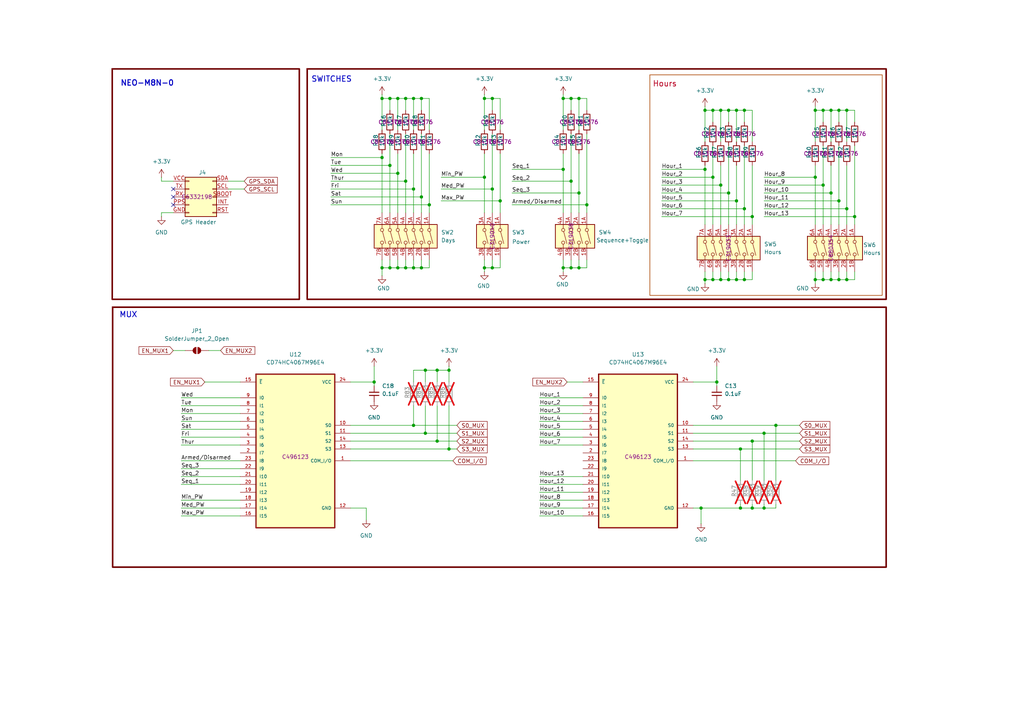
<source format=kicad_sch>
(kicad_sch (version 20250114) (generator "eeschema") (generator_version "9.0")
  (paper "User" 330.2 228.6)
  (rectangle (start 209.55 24.13) (end 284.48 95.25) (stroke (width 0.2032) (color 170 68 0 1)))
  (rectangle (start 36.322 99.06) (end 285.75 182.88) (stroke (width 0.508) (color 110 0 0 1)))
  (rectangle (start 99.06 22.225) (end 285.75 96.52) (stroke (width 0.508) (color 110 0 0 1)))
  (rectangle (start 36.195 22.225) (end 96.52 96.52) (stroke (width 0.508) (color 110 0 0 1)))
  (text "MUX\n" (at 41.402 101.6 0) (effects (font (size 1.778 1.778) (thickness 0.254) (bold yes))))
  (text "Hours\n" (at 214.376 27.178 0) (effects (font (size 1.778 1.778) (thickness 0.254) (bold yes))))
  (text "SWITCHES" (at 106.934 25.654 0) (effects (font (size 1.778 1.778) (thickness 0.254) (bold yes))))
  (text "NEO-M8N-0" (at 47.498 26.924 0) (effects (font (size 1.778 1.778) (thickness 0.254) (bold yes))))
  (text "NEO-M8N-0" (at 47.498 26.924 0) (effects (font (size 1.778 1.778) (thickness 0.254) (bold yes))))
  (junction (at 128.27 86.36))
  (junction (at 184.15 58.42))
  (junction (at 137.16 139.7))
  (junction (at 231.14 123.19))
  (junction (at 238.76 144.78))
  (junction (at 267.97 35.56))
  (junction (at 123.19 50.8))
  (junction (at 189.23 66.04))
  (junction (at 125.73 86.36))
  (junction (at 156.21 86.36))
  (junction (at 240.03 67.31))
  (junction (at 137.16 119.38))
  (junction (at 226.06 163.83))
  (junction (at 135.89 86.36))
  (junction (at 135.89 31.75))
  (junction (at 120.65 123.19))
  (junction (at 123.19 86.36))
  (junction (at 156.21 31.75))
  (junction (at 184.15 86.36))
  (junction (at 273.05 90.17))
  (junction (at 181.61 86.36))
  (junction (at 237.49 90.17))
  (junction (at 135.89 63.5))
  (junction (at 181.61 31.75))
  (junction (at 144.78 119.38))
  (junction (at 138.43 66.04))
  (junction (at 267.97 62.23))
  (junction (at 144.78 144.78))
  (junction (at 130.81 58.42))
  (junction (at 273.05 35.56))
  (junction (at 158.75 60.96))
  (junction (at 242.57 163.83))
  (junction (at 158.75 31.75))
  (junction (at 265.43 90.17))
  (junction (at 227.33 54.61))
  (junction (at 186.69 62.23))
  (junction (at 229.87 57.15))
  (junction (at 265.43 35.56))
  (junction (at 128.27 55.88))
  (junction (at 156.21 57.15))
  (junction (at 229.87 90.17))
  (junction (at 125.73 31.75))
  (junction (at 186.69 31.75))
  (junction (at 232.41 90.17))
  (junction (at 238.76 163.83))
  (junction (at 181.61 54.61))
  (junction (at 234.95 35.56))
  (junction (at 229.87 35.56))
  (junction (at 130.81 86.36))
  (junction (at 186.69 86.36))
  (junction (at 133.35 86.36))
  (junction (at 133.35 60.96))
  (junction (at 237.49 64.77))
  (junction (at 140.97 142.24))
  (junction (at 128.27 31.75))
  (junction (at 270.51 64.77))
  (junction (at 262.89 57.15))
  (junction (at 161.29 64.77))
  (junction (at 240.03 35.56))
  (junction (at 240.03 90.17))
  (junction (at 267.97 90.17))
  (junction (at 270.51 90.17))
  (junction (at 262.89 90.17))
  (junction (at 158.75 86.36))
  (junction (at 140.97 119.38))
  (junction (at 125.73 53.34))
  (junction (at 250.19 137.16))
  (junction (at 133.35 137.16))
  (junction (at 232.41 59.69))
  (junction (at 270.51 35.56))
  (junction (at 262.89 35.56))
  (junction (at 265.43 59.69))
  (junction (at 234.95 90.17))
  (junction (at 232.41 35.56))
  (junction (at 227.33 90.17))
  (junction (at 242.57 69.85))
  (junction (at 133.35 31.75))
  (junction (at 275.59 69.85))
  (junction (at 242.57 142.24))
  (junction (at 234.95 62.23))
  (junction (at 184.15 31.75))
  (junction (at 237.49 35.56))
  (junction (at 246.38 139.7))
  (junction (at 273.05 67.31))
  (junction (at 123.19 31.75))
  (junction (at 246.38 163.83))
  (junction (at 130.81 31.75))
  (junction (at 227.33 35.56))
  (no_connect (at 55.88 60.96))
  (no_connect (at 55.88 63.5))
  (no_connect (at 55.88 66.04))
  (wire (pts (xy 223.52 163.83) (xy 226.06 163.83)))
  (wire (pts (xy 158.75 86.36) (xy 156.21 86.36)))
  (wire (pts (xy 270.51 90.17) (xy 267.97 90.17)))
  (wire (pts (xy 184.15 86.36) (xy 181.61 86.36)))
  (wire (pts (xy 78.74 60.96) (xy 73.66 60.96)))
  (wire (pts (xy 246.38 67.31) (xy 273.05 67.31)))
  (wire (pts (xy 113.03 142.24) (xy 140.97 142.24)))
  (wire (pts (xy 275.59 39.37) (xy 275.59 35.56)))
  (wire (pts (xy 270.51 35.56) (xy 267.97 35.56)))
  (wire (pts (xy 186.69 31.75) (xy 184.15 31.75)))
  (wire (pts (xy 238.76 163.83) (xy 242.57 163.83)))
  (wire (pts (xy 138.43 41.91) (xy 138.43 31.75)))
  (wire (pts (xy 130.81 31.75) (xy 128.27 31.75)))
  (wire (pts (xy 137.16 139.7) (xy 147.32 139.7)))
  (wire (pts (xy 161.29 31.75) (xy 158.75 31.75)))
  (wire (pts (xy 189.23 31.75) (xy 186.69 31.75)))
  (wire (pts (xy 229.87 46.99) (xy 229.87 57.15)))
  (wire (pts (xy 238.76 144.78) (xy 238.76 154.94)))
  (wire (pts (xy 232.41 59.69) (xy 232.41 72.39)))
  (wire (pts (xy 156.21 31.75) (xy 156.21 41.91)))
  (wire (pts (xy 223.52 137.16) (xy 250.19 137.16)))
  (wire (pts (xy 227.33 34.29) (xy 227.33 35.56)))
  (wire (pts (xy 242.57 162.56) (xy 242.57 163.83)))
  (wire (pts (xy 231.14 123.19) (xy 231.14 124.46)))
  (wire (pts (xy 262.89 53.34) (xy 262.89 57.15)))
  (wire (pts (xy 113.03 139.7) (xy 137.16 139.7)))
  (wire (pts (xy 144.78 119.38) (xy 140.97 119.38)))
  (wire (pts (xy 158.75 60.96) (xy 158.75 68.58)))
  (wire (pts (xy 142.24 64.77) (xy 161.29 64.77)))
  (wire (pts (xy 275.59 46.99) (xy 275.59 69.85)))
  (wire (pts (xy 232.41 90.17) (xy 229.87 90.17)))
  (wire (pts (xy 213.36 69.85) (xy 242.57 69.85)))
  (wire (pts (xy 106.68 66.04) (xy 138.43 66.04)))
  (wire (pts (xy 226.06 163.83) (xy 226.06 168.91)))
  (wire (pts (xy 229.87 57.15) (xy 229.87 72.39)))
  (wire (pts (xy 138.43 83.82) (xy 138.43 86.36)))
  (wire (pts (xy 113.03 163.83) (xy 118.11 163.83)))
  (wire (pts (xy 181.61 54.61) (xy 181.61 68.58)))
  (wire (pts (xy 275.59 87.63) (xy 275.59 90.17)))
  (wire (pts (xy 156.21 57.15) (xy 156.21 68.58)))
  (wire (pts (xy 242.57 69.85) (xy 242.57 72.39)))
  (wire (pts (xy 229.87 87.63) (xy 229.87 90.17)))
  (wire (pts (xy 267.97 90.17) (xy 265.43 90.17)))
  (wire (pts (xy 106.68 53.34) (xy 125.73 53.34)))
  (wire (pts (xy 123.19 86.36) (xy 123.19 88.9)))
  (wire (pts (xy 125.73 31.75) (xy 125.73 35.56)))
  (wire (pts (xy 273.05 87.63) (xy 273.05 90.17)))
  (wire (pts (xy 173.99 153.67) (xy 187.96 153.67)))
  (wire (pts (xy 181.61 49.53) (xy 181.61 54.61)))
  (wire (pts (xy 237.49 35.56) (xy 237.49 45.72)))
  (wire (pts (xy 184.15 31.75) (xy 181.61 31.75)))
  (wire (pts (xy 246.38 139.7) (xy 257.81 139.7)))
  (wire (pts (xy 237.49 90.17) (xy 234.95 90.17)))
  (wire (pts (xy 58.42 161.29) (xy 77.47 161.29)))
  (wire (pts (xy 273.05 35.56) (xy 275.59 35.56)))
  (wire (pts (xy 133.35 83.82) (xy 133.35 86.36)))
  (wire (pts (xy 273.05 35.56) (xy 273.05 45.72)))
  (wire (pts (xy 246.38 162.56) (xy 246.38 163.83)))
  (wire (pts (xy 250.19 137.16) (xy 250.19 154.94)))
  (wire (pts (xy 242.57 90.17) (xy 240.03 90.17)))
  (wire (pts (xy 232.41 87.63) (xy 232.41 90.17)))
  (wire (pts (xy 275.59 90.17) (xy 273.05 90.17)))
  (wire (pts (xy 133.35 31.75) (xy 133.35 41.91)))
  (wire (pts (xy 262.89 35.56) (xy 262.89 45.72)))
  (wire (pts (xy 120.65 118.11) (xy 120.65 123.19)))
  (wire (pts (xy 144.78 130.81) (xy 144.78 144.78)))
  (wire (pts (xy 173.99 166.37) (xy 187.96 166.37)))
  (wire (pts (xy 250.19 137.16) (xy 257.81 137.16)))
  (wire (pts (xy 240.03 35.56) (xy 242.57 35.56)))
  (wire (pts (xy 223.52 144.78) (xy 238.76 144.78)))
  (wire (pts (xy 267.97 87.63) (xy 267.97 90.17)))
  (wire (pts (xy 58.42 128.27) (xy 77.47 128.27)))
  (wire (pts (xy 227.33 53.34) (xy 227.33 54.61)))
  (wire (pts (xy 135.89 83.82) (xy 135.89 86.36)))
  (wire (pts (xy 58.42 138.43) (xy 77.47 138.43)))
  (wire (pts (xy 273.05 35.56) (xy 270.51 35.56)))
  (wire (pts (xy 66.04 123.19) (xy 77.47 123.19)))
  (wire (pts (xy 138.43 68.58) (xy 138.43 66.04)))
  (wire (pts (xy 273.05 67.31) (xy 273.05 72.39)))
  (wire (pts (xy 246.38 59.69) (xy 265.43 59.69)))
  (wire (pts (xy 130.81 83.82) (xy 130.81 86.36)))
  (wire (pts (xy 242.57 87.63) (xy 242.57 90.17)))
  (wire (pts (xy 238.76 162.56) (xy 238.76 163.83)))
  (wire (pts (xy 242.57 53.34) (xy 242.57 69.85)))
  (wire (pts (xy 125.73 83.82) (xy 125.73 86.36)))
  (wire (pts (xy 138.43 49.53) (xy 138.43 66.04)))
  (wire (pts (xy 229.87 35.56) (xy 229.87 39.37)))
  (wire (pts (xy 232.41 35.56) (xy 232.41 45.72)))
  (wire (pts (xy 246.38 139.7) (xy 246.38 154.94)))
  (wire (pts (xy 262.89 87.63) (xy 262.89 90.17)))
  (wire (pts (xy 173.99 158.75) (xy 187.96 158.75)))
  (wire (pts (xy 130.81 58.42) (xy 130.81 68.58)))
  (wire (pts (xy 58.42 130.81) (xy 77.47 130.81)))
  (wire (pts (xy 106.68 55.88) (xy 128.27 55.88)))
  (wire (pts (xy 173.99 138.43) (xy 187.96 138.43)))
  (wire (pts (xy 186.69 31.75) (xy 186.69 41.91)))
  (wire (pts (xy 186.69 86.36) (xy 184.15 86.36)))
  (wire (pts (xy 137.16 119.38) (xy 133.35 119.38)))
  (wire (pts (xy 123.19 83.82) (xy 123.19 86.36)))
  (wire (pts (xy 125.73 43.18) (xy 125.73 53.34)))
  (wire (pts (xy 58.42 148.59) (xy 77.47 148.59)))
  (wire (pts (xy 133.35 49.53) (xy 133.35 60.96)))
  (wire (pts (xy 158.75 43.18) (xy 158.75 60.96)))
  (wire (pts (xy 189.23 83.82) (xy 189.23 86.36)))
  (wire (pts (xy 135.89 63.5) (xy 135.89 68.58)))
  (wire (pts (xy 58.42 153.67) (xy 77.47 153.67)))
  (wire (pts (xy 246.38 69.85) (xy 275.59 69.85)))
  (wire (pts (xy 238.76 144.78) (xy 257.81 144.78)))
  (wire (pts (xy 267.97 35.56) (xy 267.97 45.72)))
  (wire (pts (xy 125.73 31.75) (xy 123.19 31.75)))
  (wire (pts (xy 270.51 46.99) (xy 270.51 64.77)))
  (wire (pts (xy 158.75 31.75) (xy 158.75 35.56)))
  (wire (pts (xy 128.27 55.88) (xy 128.27 68.58)))
  (wire (pts (xy 173.99 133.35) (xy 187.96 133.35)))
  (wire (pts (xy 226.06 163.83) (xy 238.76 163.83)))
  (wire (pts (xy 229.87 35.56) (xy 227.33 35.56)))
  (wire (pts (xy 161.29 31.75) (xy 161.29 41.91)))
  (wire (pts (xy 213.36 54.61) (xy 227.33 54.61)))
  (wire (pts (xy 140.97 123.19) (xy 140.97 119.38)))
  (wire (pts (xy 232.41 35.56) (xy 229.87 35.56)))
  (wire (pts (xy 237.49 53.34) (xy 237.49 64.77)))
  (wire (pts (xy 223.52 139.7) (xy 246.38 139.7)))
  (wire (pts (xy 229.87 90.17) (xy 227.33 90.17)))
  (wire (pts (xy 138.43 86.36) (xy 135.89 86.36)))
  (wire (pts (xy 161.29 49.53) (xy 161.29 64.77)))
  (wire (pts (xy 173.99 130.81) (xy 187.96 130.81)))
  (wire (pts (xy 184.15 83.82) (xy 184.15 86.36)))
  (wire (pts (xy 186.69 83.82) (xy 186.69 86.36)))
  (wire (pts (xy 71.12 113.03) (xy 67.31 113.03)))
  (wire (pts (xy 165.1 62.23) (xy 186.69 62.23)))
  (wire (pts (xy 113.03 144.78) (xy 144.78 144.78)))
  (wire (pts (xy 58.42 143.51) (xy 77.47 143.51)))
  (wire (pts (xy 265.43 59.69) (xy 265.43 72.39)))
  (wire (pts (xy 227.33 35.56) (xy 227.33 45.72)))
  (wire (pts (xy 232.41 53.34) (xy 232.41 59.69)))
  (wire (pts (xy 52.07 68.58) (xy 52.07 69.85)))
  (wire (pts (xy 142.24 57.15) (xy 156.21 57.15)))
  (wire (pts (xy 137.16 123.19) (xy 137.16 119.38)))
  (wire (pts (xy 135.89 86.36) (xy 133.35 86.36)))
  (wire (pts (xy 113.03 123.19) (xy 120.65 123.19)))
  (wire (pts (xy 213.36 57.15) (xy 229.87 57.15)))
  (wire (pts (xy 181.61 31.75) (xy 181.61 41.91)))
  (wire (pts (xy 273.05 53.34) (xy 273.05 67.31)))
  (wire (pts (xy 128.27 86.36) (xy 125.73 86.36)))
  (wire (pts (xy 246.38 64.77) (xy 270.51 64.77)))
  (wire (pts (xy 113.03 148.59) (xy 146.05 148.59)))
  (wire (pts (xy 237.49 87.63) (xy 237.49 90.17)))
  (wire (pts (xy 227.33 90.17) (xy 227.33 91.44)))
  (wire (pts (xy 237.49 64.77) (xy 237.49 72.39)))
  (wire (pts (xy 231.14 118.11) (xy 231.14 123.19)))
  (wire (pts (xy 262.89 57.15) (xy 262.89 72.39)))
  (wire (pts (xy 223.52 148.59) (xy 256.54 148.59)))
  (wire (pts (xy 133.35 137.16) (xy 147.32 137.16)))
  (wire (pts (xy 128.27 31.75) (xy 128.27 41.91)))
  (wire (pts (xy 265.43 46.99) (xy 265.43 59.69)))
  (wire (pts (xy 189.23 86.36) (xy 186.69 86.36)))
  (wire (pts (xy 267.97 62.23) (xy 267.97 72.39)))
  (wire (pts (xy 123.19 31.75) (xy 123.19 41.91)))
  (wire (pts (xy 130.81 43.18) (xy 130.81 58.42)))
  (wire (pts (xy 181.61 83.82) (xy 181.61 86.36)))
  (wire (pts (xy 133.35 123.19) (xy 133.35 119.38)))
  (wire (pts (xy 240.03 39.37) (xy 240.03 35.56)))
  (wire (pts (xy 189.23 31.75) (xy 189.23 35.56)))
  (wire (pts (xy 118.11 163.83) (xy 118.11 167.64)))
  (wire (pts (xy 173.99 143.51) (xy 187.96 143.51)))
  (wire (pts (xy 140.97 142.24) (xy 147.32 142.24)))
  (wire (pts (xy 123.19 49.53) (xy 123.19 50.8)))
  (wire (pts (xy 58.42 163.83) (xy 77.47 163.83)))
  (wire (pts (xy 265.43 90.17) (xy 262.89 90.17)))
  (wire (pts (xy 267.97 53.34) (xy 267.97 62.23)))
  (wire (pts (xy 137.16 130.81) (xy 137.16 139.7)))
  (wire (pts (xy 262.89 34.29) (xy 262.89 35.56)))
  (wire (pts (xy 128.27 49.53) (xy 128.27 55.88)))
  (wire (pts (xy 242.57 45.72) (xy 242.57 35.56)))
  (wire (pts (xy 213.36 64.77) (xy 237.49 64.77)))
  (wire (pts (xy 234.95 35.56) (xy 232.41 35.56)))
  (wire (pts (xy 113.03 137.16) (xy 133.35 137.16)))
  (wire (pts (xy 173.99 135.89) (xy 187.96 135.89)))
  (wire (pts (xy 128.27 83.82) (xy 128.27 86.36)))
  (wire (pts (xy 106.68 63.5) (xy 135.89 63.5)))
  (wire (pts (xy 137.16 119.38) (xy 140.97 119.38)))
  (wire (pts (xy 182.88 123.19) (xy 187.96 123.19)))
  (wire (pts (xy 213.36 59.69) (xy 232.41 59.69)))
  (wire (pts (xy 227.33 87.63) (xy 227.33 90.17)))
  (wire (pts (xy 133.35 31.75) (xy 130.81 31.75)))
  (wire (pts (xy 186.69 62.23) (xy 186.69 68.58)))
  (wire (pts (xy 184.15 43.18) (xy 184.15 58.42)))
  (wire (pts (xy 140.97 130.81) (xy 140.97 142.24)))
  (wire (pts (xy 123.19 30.48) (xy 123.19 31.75)))
  (wire (pts (xy 173.99 163.83) (xy 187.96 163.83)))
  (wire (pts (xy 58.42 151.13) (xy 77.47 151.13)))
  (wire (pts (xy 234.95 90.17) (xy 232.41 90.17)))
  (wire (pts (xy 242.57 142.24) (xy 257.81 142.24)))
  (wire (pts (xy 106.68 58.42) (xy 130.81 58.42)))
  (wire (pts (xy 106.68 50.8) (xy 123.19 50.8)))
  (wire (pts (xy 234.95 46.99) (xy 234.95 62.23)))
  (wire (pts (xy 184.15 31.75) (xy 184.15 35.56)))
  (wire (pts (xy 133.35 130.81) (xy 133.35 137.16)))
  (wire (pts (xy 240.03 87.63) (xy 240.03 90.17)))
  (wire (pts (xy 173.99 140.97) (xy 187.96 140.97)))
  (wire (pts (xy 173.99 156.21) (xy 187.96 156.21)))
  (wire (pts (xy 189.23 43.18) (xy 189.23 66.04)))
  (wire (pts (xy 240.03 90.17) (xy 237.49 90.17)))
  (wire (pts (xy 173.99 128.27) (xy 187.96 128.27)))
  (wire (pts (xy 135.89 43.18) (xy 135.89 63.5)))
  (wire (pts (xy 133.35 31.75) (xy 135.89 31.75)))
  (wire (pts (xy 58.42 135.89) (xy 77.47 135.89)))
  (wire (pts (xy 227.33 54.61) (xy 227.33 72.39)))
  (wire (pts (xy 135.89 31.75) (xy 138.43 31.75)))
  (wire (pts (xy 270.51 35.56) (xy 270.51 39.37)))
  (wire (pts (xy 130.81 86.36) (xy 128.27 86.36)))
  (wire (pts (xy 213.36 62.23) (xy 234.95 62.23)))
  (wire (pts (xy 246.38 163.83) (xy 250.19 163.83)))
  (wire (pts (xy 156.21 86.36) (xy 156.21 87.63)))
  (wire (pts (xy 130.81 31.75) (xy 130.81 35.56)))
  (wire (pts (xy 165.1 54.61) (xy 181.61 54.61)))
  (wire (pts (xy 144.78 118.11) (xy 144.78 119.38)))
  (wire (pts (xy 267.97 35.56) (xy 265.43 35.56)))
  (wire (pts (xy 144.78 123.19) (xy 144.78 119.38)))
  (wire (pts (xy 158.75 31.75) (xy 156.21 31.75)))
  (wire (pts (xy 270.51 64.77) (xy 270.51 72.39)))
  (wire (pts (xy 125.73 86.36) (xy 123.19 86.36)))
  (wire (pts (xy 265.43 35.56) (xy 262.89 35.56)))
  (wire (pts (xy 120.65 123.19) (xy 120.65 124.46)))
  (wire (pts (xy 158.75 83.82) (xy 158.75 86.36)))
  (wire (pts (xy 58.42 140.97) (xy 77.47 140.97)))
  (wire (pts (xy 234.95 62.23) (xy 234.95 72.39)))
  (wire (pts (xy 223.52 142.24) (xy 242.57 142.24)))
  (wire (pts (xy 242.57 142.24) (xy 242.57 154.94)))
  (wire (pts (xy 240.03 67.31) (xy 240.03 72.39)))
  (wire (pts (xy 223.52 123.19) (xy 231.14 123.19)))
  (wire (pts (xy 78.74 58.42) (xy 73.66 58.42)))
  (wire (pts (xy 142.24 60.96) (xy 158.75 60.96)))
  (wire (pts (xy 135.89 35.56) (xy 135.89 31.75)))
  (wire (pts (xy 58.42 156.21) (xy 77.47 156.21)))
  (wire (pts (xy 58.42 133.35) (xy 77.47 133.35)))
  (wire (pts (xy 237.49 35.56) (xy 240.03 35.56)))
  (wire (pts (xy 213.36 67.31) (xy 240.03 67.31)))
  (wire (pts (xy 234.95 35.56) (xy 234.95 39.37)))
  (wire (pts (xy 133.35 86.36) (xy 130.81 86.36)))
  (wire (pts (xy 106.68 60.96) (xy 133.35 60.96)))
  (wire (pts (xy 125.73 53.34) (xy 125.73 68.58)))
  (wire (pts (xy 246.38 62.23) (xy 267.97 62.23)))
  (wire (pts (xy 52.07 58.42) (xy 55.88 58.42)))
  (wire (pts (xy 123.19 50.8) (xy 123.19 68.58)))
  (wire (pts (xy 128.27 31.75) (xy 125.73 31.75)))
  (wire (pts (xy 52.07 57.15) (xy 52.07 58.42)))
  (wire (pts (xy 186.69 49.53) (xy 186.69 62.23)))
  (wire (pts (xy 156.21 83.82) (xy 156.21 86.36)))
  (wire (pts (xy 189.23 66.04) (xy 189.23 68.58)))
  (wire (pts (xy 133.35 60.96) (xy 133.35 68.58)))
  (wire (pts (xy 156.21 30.48) (xy 156.21 31.75)))
  (wire (pts (xy 275.59 69.85) (xy 275.59 72.39)))
  (wire (pts (xy 55.88 113.03) (xy 59.69 113.03)))
  (wire (pts (xy 246.38 57.15) (xy 262.89 57.15)))
  (wire (pts (xy 181.61 86.36) (xy 181.61 87.63)))
  (wire (pts (xy 58.42 166.37) (xy 77.47 166.37)))
  (wire (pts (xy 161.29 64.77) (xy 161.29 68.58)))
  (wire (pts (xy 237.49 35.56) (xy 234.95 35.56)))
  (wire (pts (xy 250.19 163.83) (xy 250.19 162.56)))
  (wire (pts (xy 262.89 90.17) (xy 262.89 91.44)))
  (wire (pts (xy 270.51 87.63) (xy 270.51 90.17)))
  (wire (pts (xy 165.1 66.04) (xy 189.23 66.04)))
  (wire (pts (xy 242.57 163.83) (xy 246.38 163.83)))
  (wire (pts (xy 173.99 161.29) (xy 187.96 161.29)))
  (wire (pts (xy 156.21 49.53) (xy 156.21 57.15)))
  (wire (pts (xy 234.95 87.63) (xy 234.95 90.17)))
  (wire (pts (xy 184.15 58.42) (xy 184.15 68.58)))
  (wire (pts (xy 181.61 30.48) (xy 181.61 31.75)))
  (wire (pts (xy 265.43 87.63) (xy 265.43 90.17)))
  (wire (pts (xy 265.43 35.56) (xy 265.43 39.37)))
  (wire (pts (xy 161.29 86.36) (xy 158.75 86.36)))
  (wire (pts (xy 240.03 46.99) (xy 240.03 67.31)))
  (wire (pts (xy 165.1 58.42) (xy 184.15 58.42)))
  (wire (pts (xy 144.78 144.78) (xy 147.32 144.78)))
  (wire (pts (xy 273.05 90.17) (xy 270.51 90.17)))
  (wire (pts (xy 161.29 83.82) (xy 161.29 86.36)))
  (wire (pts (xy 52.07 68.58) (xy 55.88 68.58)))
  (label "Tue" (at 106.68 53.34 0))
  (label "Mon" (at 106.68 50.8 0))
  (label "Hour_4" (at 213.36 62.23 0))
  (label "Hour_9" (at 246.38 59.69 0))
  (label "Seq_2" (at 58.42 153.67 0))
  (label "Thur" (at 106.68 58.42 0))
  (label "Max_PW" (at 58.42 166.37 0))
  (label "Hour_12" (at 173.99 156.21 0))
  (label "Hour_2" (at 173.99 130.81 0))
  (label "Thur" (at 58.42 143.51 0))
  (label "Hour_5" (at 173.99 138.43 0))
  (label "Wed" (at 58.42 128.27 0))
  (label "Wed" (at 106.68 55.88 0))
  (label "Hour_2" (at 213.36 57.15 0))
  (label "Hour_10" (at 173.99 166.37 0))
  (label "Armed{slash}Disarmed" (at 58.42 148.59 0))
  (label "Hour_7" (at 173.99 143.51 0))
  (label "Seq_2" (at 165.1 58.42 0))
  (label "Hour_6" (at 213.36 67.31 0))
  (label "Hour_12" (at 246.38 67.31 0))
  (label "Sun" (at 106.68 66.04 0))
  (label "Seq_3" (at 165.1 62.23 0))
  (label "Med_PW" (at 58.42 163.83 0))
  (label "Hour_7" (at 213.36 69.85 0))
  (label "Armed{slash}Disarmed" (at 165.1 66.04 0))
  (label "Hour_13" (at 246.38 69.85 0))
  (label "Hour_9" (at 173.99 163.83 0))
  (label "Sat" (at 106.68 63.5 0))
  (label "Hour_10" (at 246.38 62.23 0))
  (label "Max_PW" (at 142.24 64.77 0))
  (label "Hour_11" (at 173.99 158.75 0))
  (label "Hour_8" (at 246.38 57.15 0))
  (label "Mon" (at 58.42 133.35 0))
  (label "Hour_1" (at 173.99 128.27 0))
  (label "Med_PW" (at 142.24 60.96 0))
  (label "Fri" (at 58.42 140.97 0))
  (label "Hour_5" (at 213.36 64.77 0))
  (label "Sun" (at 58.42 135.89 0))
  (label "Sat" (at 58.42 138.43 0))
  (label "Seq_3" (at 58.42 151.13 0))
  (label "Hour_13" (at 173.99 153.67 0))
  (label "Seq_1" (at 165.1 54.61 0))
  (label "Min_PW" (at 58.42 161.29 0))
  (label "Hour_3" (at 173.99 133.35 0))
  (label "Hour_11" (at 246.38 64.77 0))
  (label "Min_PW" (at 142.24 57.15 0))
  (label "Fri" (at 106.68 60.96 0))
  (label "Hour_6" (at 173.99 140.97 0))
  (label "Seq_1" (at 58.42 156.21 0))
  (label "Hour_4" (at 173.99 135.89 0))
  (label "Hour_1" (at 213.36 54.61 0))
  (label "Hour_8" (at 173.99 161.29 0))
  (label "Tue" (at 58.42 130.81 0))
  (label "Hour_3" (at 213.36 59.69 0))
  (global_label "S2_MUX" (shape input) (at 257.81 142.24 0) (property "Intersheetrefs" "${INTERSHEET_REFS}" (effects (hide yes))))
  (global_label "S1_MUX" (shape input) (at 147.32 139.7 0) (property "Intersheetrefs" "${INTERSHEET_REFS}" (effects (hide yes))))
  (global_label "S2_MUX" (shape input) (at 147.32 142.24 0) (property "Intersheetrefs" "${INTERSHEET_REFS}" (effects (hide yes))))
  (global_label "EN_MUX1" (shape input) (at 66.04 123.19 180) (property "Intersheetrefs" "${INTERSHEET_REFS}" (effects (hide yes))))
  (global_label "GPS_SDA" (shape input) (at 78.74 58.42 0) (property "Intersheetrefs" "${INTERSHEET_REFS}" (effects (hide yes))))
  (global_label "GPS_SCL" (shape input) (at 78.74 60.96 0) (property "Intersheetrefs" "${INTERSHEET_REFS}" (effects (hide yes))))
  (global_label "EN_MUX1" (shape input) (at 55.88 113.03 180) (property "Intersheetrefs" "${INTERSHEET_REFS}" (effects (hide yes))))
  (global_label "S1_MUX" (shape input) (at 257.81 139.7 0) (property "Intersheetrefs" "${INTERSHEET_REFS}" (effects (hide yes))))
  (global_label "COM_I{slash}O" (shape input) (at 146.05 148.59 0) (property "Intersheetrefs" "${INTERSHEET_REFS}" (effects (hide yes))))
  (global_label "EN_MUX2" (shape input) (at 182.88 123.19 180) (property "Intersheetrefs" "${INTERSHEET_REFS}" (effects (hide yes))))
  (global_label "S3_MUX" (shape input) (at 147.32 144.78 0) (property "Intersheetrefs" "${INTERSHEET_REFS}" (effects (hide yes))))
  (global_label "COM_I{slash}O" (shape input) (at 256.54 148.59 0) (property "Intersheetrefs" "${INTERSHEET_REFS}" (effects (hide yes))))
  (global_label "S3_MUX" (shape input) (at 257.81 144.78 0) (property "Intersheetrefs" "${INTERSHEET_REFS}" (effects (hide yes))))
  (global_label "S0_MUX" (shape input) (at 147.32 137.16 0) (property "Intersheetrefs" "${INTERSHEET_REFS}" (effects (hide yes))))
  (global_label "S0_MUX" (shape input) (at 257.81 137.16 0) (property "Intersheetrefs" "${INTERSHEET_REFS}" (effects (hide yes))))
  (global_label "EN_MUX2" (shape input) (at 71.12 113.03 0) (property "Intersheetrefs" "${INTERSHEET_REFS}" (effects (hide yes))))
  (symbol (lib_id "Device:R") (at 138.43 45.72 0) (unit 1)
    (property "Reference" "R31" (at 136.398 47.244 90) (effects (justify left)))
    (property "Value" "10k" (at 138.43 47.244 90) (effects (justify left)))
    (property "Footprint" "Resistor_SMD:R_0805_2012Metric" (effects (hide yes)))
    (property "Description" "Resistor" (effects (hide yes)))
    (property "Digikey Part No" "RR12P10.0KDTR-ND" (effects (hide yes)))
    (property "LCSC Part no " "C84376" (at 138.43 45.72 0))
  )
  (symbol (lib_id "Connector:DIN41612_02x05_AC_EvenPins") (at 63.5 63.5 0) (unit 1)
    (property "Reference" "J4" (at 65.278 55.626 0))
    (property "Value" "GPS Header" (at 64.008 71.628 0))
    (property "Footprint" "GPS_MAX10:Untitled" (effects (hide yes)))
    (property "Description" "DIN41612 connector, double row (AC) even pins only, 02x05, script generated (kicad-library-utils/schlib/autogen/connector/)" (effects (hide yes)))
    (property "Ali Express Link" "https://vi.aliexpress.com/item/1005004881459462.html?gatewayAdapt=glo2vnm" (effects (hide yes)))
    (property "LCSC Part no " "C6332198" (at 63.5 63.5 0))
  )
  (symbol (lib_id "Device:R") (at 133.35 127 0) (unit 1) (dnp yes)
    (property "Reference" "R83" (at 131.318 128.524 90) (effects (justify left)))
    (property "Value" "DNP" (at 133.35 128.524 90) (effects (justify left)))
    (property "Footprint" "Resistor_SMD:R_0805_2012Metric" (effects (hide yes)))
    (property "Description" "Resistor" (effects (hide yes)))
  )
  (symbol (lib_id "Device:R") (at 232.41 49.53 0) (unit 1)
    (property "Reference" "R37" (at 230.378 51.054 90) (effects (justify left)))
    (property "Value" "10k" (at 232.41 51.054 90) (effects (justify left)))
    (property "Footprint" "Resistor_SMD:R_0805_2012Metric" (effects (hide yes)))
    (property "Description" "Resistor" (effects (hide yes)))
    (property "Digikey Part No" "RR12P10.0KDTR-ND" (effects (hide yes)))
    (property "LCSC Part no " "C84376" (at 232.41 49.53 0))
  )
  (symbol (lib_id "Device:R") (at 273.05 49.53 0) (unit 1)
    (property "Reference" "R42" (at 271.018 51.054 90) (effects (justify left)))
    (property "Value" "10k" (at 273.05 51.054 90) (effects (justify left)))
    (property "Footprint" "Resistor_SMD:R_0805_2012Metric" (effects (hide yes)))
    (property "Description" "Resistor" (effects (hide yes)))
    (property "Digikey Part No" "RR12P10.0KDTR-ND" (effects (hide yes)))
    (property "LCSC Part no " "C84376" (at 273.05 49.53 0))
  )
  (symbol (lib_id "Device:R") (at 158.75 39.37 0) (unit 1)
    (property "Reference" "R19" (at 156.718 40.894 90) (effects (justify left)))
    (property "Value" "10k" (at 158.75 40.894 90) (effects (justify left)))
    (property "Footprint" "Resistor_SMD:R_0805_2012Metric" (effects (hide yes)))
    (property "Description" "Resistor" (effects (hide yes)))
    (property "Digikey Part No" "RR12P10.0KDTR-ND" (effects (hide yes)))
    (property "LCSC Part no " "C84376" (at 158.75 39.37 0))
  )
  (symbol (lib_id "Device:R") (at 186.69 45.72 0) (unit 1)
    (property "Reference" "R35" (at 184.658 47.244 90) (effects (justify left)))
    (property "Value" "10k" (at 186.69 47.244 90) (effects (justify left)))
    (property "Footprint" "Resistor_SMD:R_0805_2012Metric" (effects (hide yes)))
    (property "Description" "Resistor" (effects (hide yes)))
    (property "Digikey Part No" "RR12P10.0KDTR-ND" (effects (hide yes)))
    (property "LCSC Part no " "C84376" (at 186.69 45.72 0))
  )
  (symbol (lib_id "Device:R") (at 275.59 43.18 0) (unit 1)
    (property "Reference" "R27" (at 273.558 44.704 90) (effects (justify left)))
    (property "Value" "10k" (at 275.59 44.704 90) (effects (justify left)))
    (property "Footprint" "Resistor_SMD:R_0805_2012Metric" (effects (hide yes)))
    (property "Description" "Resistor" (effects (hide yes)))
    (property "Digikey Part No" "RR12P10.0KDTR-ND" (effects (hide yes)))
    (property "LCSC Part no " "C84376" (at 275.59 43.18 0))
  )
  (symbol (lib_id "Device:R") (at 270.51 43.18 0) (unit 1)
    (property "Reference" "R26" (at 268.478 44.704 90) (effects (justify left)))
    (property "Value" "10k" (at 270.51 44.704 90) (effects (justify left)))
    (property "Footprint" "Resistor_SMD:R_0805_2012Metric" (effects (hide yes)))
    (property "Description" "Resistor" (effects (hide yes)))
    (property "Digikey Part No" "RR12P10.0KDTR-ND" (effects (hide yes)))
    (property "LCSC Part no " "C84376" (at 270.51 43.18 0))
  )
  (symbol (lib_id "power:GND") (at 227.33 91.44 0) (unit 1)
    (property "Reference" "#PWR053" (effects (hide yes)))
    (property "Value" "GND" (at 223.52 93.218 0))
    (property "Description" "Power symbol creates a global label with name \"GND\" , ground" (effects (hide yes)))
  )
  (symbol (lib_id "Switch:SW_DIP_x07") (at 130.81 76.2 270) (unit 1)
    (property "Reference" "SW2" (at 142.24 74.9299 90) (effects (justify left)))
    (property "Value" "Days" (at 142.24 77.4699 90) (effects (justify left)))
    (property "Footprint" "DS04-254-2-07BK-SMT:SW_DS04-254-2-07BK-SMT" (effects (hide yes)))
    (property "Description" "7x DIP Switch, Single Pole Single Throw (SPST) switch, small symbol" (effects (hide yes)))
    (property "Digikey Part No" "2223-DS04-254-2-07BK-SMT-ND" (effects (hide yes)))
    (property "LCSC Part no " "C319033" (effects (hide yes)))
  )
  (symbol (lib_id "power:GND") (at 181.61 87.63 0) (unit 1)
    (property "Reference" "#PWR051" (effects (hide yes)))
    (property "Value" "GND" (at 181.356 91.694 0))
    (property "Description" "Power symbol creates a global label with name \"GND\" , ground" (effects (hide yes)))
  )
  (symbol (lib_id "Device:R") (at 144.78 127 0) (unit 1) (dnp yes)
    (property "Reference" "R86" (at 142.748 128.524 90) (effects (justify left)))
    (property "Value" "DNP" (at 144.78 128.524 90) (effects (justify left)))
    (property "Footprint" "Resistor_SMD:R_0805_2012Metric" (effects (hide yes)))
    (property "Description" "Resistor" (effects (hide yes)))
  )
  (symbol (lib_id "power:+3.3V") (at 156.21 30.48 0) (unit 1)
    (property "Reference" "#PWR043" (effects (hide yes)))
    (property "Value" "+3.3V" (at 156.21 25.4 0))
    (property "Description" "Power symbol creates a global label with name \"+3.3V\"" (effects (hide yes)))
  )
  (symbol (lib_id "Device:R") (at 130.81 39.37 0) (unit 1)
    (property "Reference" "R17" (at 128.778 40.894 90) (effects (justify left)))
    (property "Value" "10k" (at 130.81 40.894 90) (effects (justify left)))
    (property "Footprint" "Resistor_SMD:R_0805_2012Metric" (effects (hide yes)))
    (property "Description" "Resistor" (effects (hide yes)))
    (property "Digikey Part No" "RR12P10.0KDTR-ND" (effects (hide yes)))
    (property "LCSC Part no " "C84376" (at 130.81 39.37 0))
  )
  (symbol (lib_id "power:+3.3V") (at 262.89 34.29 0) (unit 1)
    (property "Reference" "#PWR046" (effects (hide yes)))
    (property "Value" "+3.3V" (at 262.89 29.21 0))
    (property "Description" "Power symbol creates a global label with name \"+3.3V\"" (effects (hide yes)))
  )
  (symbol (lib_id "Device:R") (at 250.19 158.75 0) (unit 1) (dnp yes)
    (property "Reference" "R50" (at 248.158 160.274 90) (effects (justify left)))
    (property "Value" "DNP" (at 250.19 160.274 90) (effects (justify left)))
    (property "Footprint" "Resistor_SMD:R_0805_2012Metric" (effects (hide yes)))
    (property "Description" "Resistor" (effects (hide yes)))
  )
  (symbol (lib_id "CD74HC4067M96E4:CD74HC4067M96E4") (at 95.25 147.32 0) (unit 1)
    (property "Reference" "U12" (at 95.25 114.3 0))
    (property "Value" "CD74HC4067M96E4" (at 95.25 116.84 0))
    (property "Footprint" "CD74HC4067M96E4:SOIC127P1030X265-24N" (effects (hide yes)))
    (property "Description_1" "5-V, 16:1, 1-channel analog multiplexer 24-SOIC -55 to 125" (effects (hide yes)))
    (property "Package" "SOIC-24 " (effects (hide yes)))
    (property "Digikey Part No" "CD74HC4067M96E4-ND" (effects (hide yes)))
    (property "LCSC Part no " "C496123" (at 95.25 147.32 0))
  )
  (symbol (lib_id "Device:R") (at 128.27 45.72 0) (unit 1)
    (property "Reference" "R29" (at 126.238 47.244 90) (effects (justify left)))
    (property "Value" "10k" (at 128.27 47.244 90) (effects (justify left)))
    (property "Footprint" "Resistor_SMD:R_0805_2012Metric" (effects (hide yes)))
    (property "Description" "Resistor" (effects (hide yes)))
    (property "Digikey Part No" "RR12P10.0KDTR-ND" (effects (hide yes)))
    (property "LCSC Part no " "C84376" (at 128.27 45.72 0))
  )
  (symbol (lib_id "power:+3.3V") (at 227.33 34.29 0) (unit 1)
    (property "Reference" "#PWR045" (effects (hide yes)))
    (property "Value" "+3.3V" (at 227.33 29.21 0))
    (property "Description" "Power symbol creates a global label with name \"+3.3V\"" (effects (hide yes)))
  )
  (symbol (lib_id "Device:R") (at 189.23 39.37 0) (unit 1)
    (property "Reference" "R21" (at 187.198 40.894 90) (effects (justify left)))
    (property "Value" "10k" (at 189.23 40.894 90) (effects (justify left)))
    (property "Footprint" "Resistor_SMD:R_0805_2012Metric" (effects (hide yes)))
    (property "Description" "Resistor" (effects (hide yes)))
    (property "Digikey Part No" "RR12P10.0KDTR-ND" (effects (hide yes)))
    (property "LCSC Part no " "C84376" (at 189.23 39.37 0))
  )
  (symbol (lib_id "Device:R") (at 184.15 39.37 0) (unit 1)
    (property "Reference" "R20" (at 182.118 40.894 90) (effects (justify left)))
    (property "Value" "10k" (at 184.15 40.894 90) (effects (justify left)))
    (property "Footprint" "Resistor_SMD:R_0805_2012Metric" (effects (hide yes)))
    (property "Description" "Resistor" (effects (hide yes)))
    (property "Digikey Part No" "RR12P10.0KDTR-ND" (effects (hide yes)))
    (property "LCSC Part no " "C84376" (at 184.15 39.37 0))
  )
  (symbol (lib_id "Device:R") (at 242.57 158.75 0) (unit 1) (dnp yes)
    (property "Reference" "R48" (at 240.538 160.274 90) (effects (justify left)))
    (property "Value" "DNP" (at 242.57 160.274 90) (effects (justify left)))
    (property "Footprint" "Resistor_SMD:R_0805_2012Metric" (effects (hide yes)))
    (property "Description" "Resistor" (effects (hide yes)))
  )
  (symbol (lib_id "Switch:SW_DIP_x03") (at 158.75 76.2 270) (unit 1)
    (property "Reference" "SW3" (at 165.1 74.9299 90) (effects (justify left)))
    (property "Value" "Power" (at 165.1 77.978 90) (effects (justify left)))
    (property "Footprint" "DS04-254-2-03BK-SMT1:SW_DS04-254-2-03BK-SMT" (effects (hide yes)))
    (property "Description" "3x DIP Switch, Single Pole Single Throw (SPST) switch, small symbol" (effects (hide yes)))
    (property "Digikey Part No" "2223-DS04-254-2-03BK-SMT-ND" (effects (hide yes)))
    (property "LCSC Part no " "C319040" (at 158.75 76.2 0))
  )
  (symbol (lib_id "Device:C_Small") (at 120.65 127 180) (unit 1)
    (property "Reference" "C18" (at 123.19 124.4535 0) (effects (justify right)))
    (property "Value" "0.1uF" (at 123.19 126.9935 0) (effects (justify right)))
    (property "Footprint" "Capacitor_SMD:C_0805_2012Metric" (effects (hide yes)))
    (property "Description" "Unpolarized capacitor, small symbol" (effects (hide yes)))
    (property "Digikey Part No" "311-1140-2-ND" (effects (hide yes)))
    (property "LCSC Part no " "C49678" (effects (hide yes)))
  )
  (symbol (lib_id "power:GND") (at 120.65 129.54 0) (unit 1)
    (property "Reference" "#PWR0100" (effects (hide yes)))
    (property "Value" "GND" (at 120.65 134.62 0))
    (property "Description" "Power symbol creates a global label with name \"GND\" , ground" (effects (hide yes)))
  )
  (symbol (lib_id "power:+3.3V") (at 123.19 30.48 0) (unit 1)
    (property "Reference" "#PWR042" (effects (hide yes)))
    (property "Value" "+3.3V" (at 123.19 25.4 0))
    (property "Description" "Power symbol creates a global label with name \"+3.3V\"" (effects (hide yes)))
  )
  (symbol (lib_id "Device:R") (at 227.33 49.53 0) (unit 1)
    (property "Reference" "R36" (at 225.298 51.054 90) (effects (justify left)))
    (property "Value" "10k" (at 227.33 51.054 90) (effects (justify left)))
    (property "Footprint" "Resistor_SMD:R_0805_2012Metric" (effects (hide yes)))
    (property "Description" "Resistor" (effects (hide yes)))
    (property "Digikey Part No" "RR12P10.0KDTR-ND" (effects (hide yes)))
    (property "LCSC Part no " "C84376" (at 227.33 49.53 0))
  )
  (symbol (lib_id "power:GND") (at 118.11 167.64 0) (unit 1)
    (property "Reference" "#PWR0102" (effects (hide yes)))
    (property "Value" "GND" (at 118.11 172.72 0))
    (property "Description" "Power symbol creates a global label with name \"GND\" , ground" (effects (hide yes)))
  )
  (symbol (lib_id "Device:R") (at 133.35 45.72 0) (unit 1)
    (property "Reference" "R30" (at 131.318 47.244 90) (effects (justify left)))
    (property "Value" "10k" (at 133.35 47.244 90) (effects (justify left)))
    (property "Footprint" "Resistor_SMD:R_0805_2012Metric" (effects (hide yes)))
    (property "Description" "Resistor" (effects (hide yes)))
    (property "Digikey Part No" "RR12P10.0KDTR-ND" (effects (hide yes)))
    (property "LCSC Part no " "C84376" (at 133.35 45.72 0))
  )
  (symbol (lib_id "Device:R") (at 267.97 49.53 0) (unit 1)
    (property "Reference" "R41" (at 265.938 51.054 90) (effects (justify left)))
    (property "Value" "10k" (at 267.97 51.054 90) (effects (justify left)))
    (property "Footprint" "Resistor_SMD:R_0805_2012Metric" (effects (hide yes)))
    (property "Description" "Resistor" (effects (hide yes)))
    (property "Digikey Part No" "RR12P10.0KDTR-ND" (effects (hide yes)))
    (property "LCSC Part no " "C84376" (at 267.97 49.53 0))
  )
  (symbol (lib_id "Device:R") (at 246.38 158.75 0) (unit 1) (dnp yes)
    (property "Reference" "R49" (at 244.348 160.274 90) (effects (justify left)))
    (property "Value" "DNP" (at 246.38 160.274 90) (effects (justify left)))
    (property "Footprint" "Resistor_SMD:R_0805_2012Metric" (effects (hide yes)))
    (property "Description" "Resistor" (effects (hide yes)))
  )
  (symbol (lib_id "Device:R") (at 140.97 127 0) (unit 1) (dnp yes)
    (property "Reference" "R85" (at 138.938 128.524 90) (effects (justify left)))
    (property "Value" "DNP" (at 140.97 128.524 90) (effects (justify left)))
    (property "Footprint" "Resistor_SMD:R_0805_2012Metric" (effects (hide yes)))
    (property "Description" "Resistor" (effects (hide yes)))
  )
  (symbol (lib_id "power:GND") (at 226.06 168.91 0) (unit 1)
    (property "Reference" "#PWR061" (effects (hide yes)))
    (property "Value" "GND" (at 226.06 173.99 0))
    (property "Description" "Power symbol creates a global label with name \"GND\" , ground" (effects (hide yes)))
  )
  (symbol (lib_id "Device:R") (at 262.89 49.53 0) (unit 1)
    (property "Reference" "R40" (at 260.858 51.054 90) (effects (justify left)))
    (property "Value" "10k" (at 262.89 51.054 90) (effects (justify left)))
    (property "Footprint" "Resistor_SMD:R_0805_2012Metric" (effects (hide yes)))
    (property "Description" "Resistor" (effects (hide yes)))
    (property "Digikey Part No" "RR12P10.0KDTR-ND" (effects (hide yes)))
    (property "LCSC Part no " "C84376" (at 262.89 49.53 0))
  )
  (symbol (lib_id "Device:R") (at 161.29 45.72 0) (unit 1)
    (property "Reference" "R33" (at 159.258 47.244 90) (effects (justify left)))
    (property "Value" "10k" (at 161.29 47.244 90) (effects (justify left)))
    (property "Footprint" "Resistor_SMD:R_0805_2012Metric" (effects (hide yes)))
    (property "Description" "Resistor" (effects (hide yes)))
    (property "Digikey Part No" "RR12P10.0KDTR-ND" (effects (hide yes)))
    (property "LCSC Part no " "C84376" (at 161.29 45.72 0))
  )
  (symbol (lib_id "Switch:SW_DIP_x04") (at 184.15 76.2 270) (unit 1)
    (property "Reference" "SW4" (at 193.04 74.9299 90) (effects (justify left)))
    (property "Value" "Sequence+Toggle" (at 192.278 77.47 90) (effects (justify left)))
    (property "Footprint" "DS04-254-2-04BK-SMT:SW_DS04-254-2-04BK-SMT" (effects (hide yes)))
    (property "Description" "4x DIP Switch, Single Pole Single Throw (SPST) switch, small symbol" (effects (hide yes)))
    (property "Digikey Part No" "2223-DS04-254-2-04BK-SMT-ND" (effects (hide yes)))
    (property "LCSC Part no " "C319038" (at 184.15 76.2 0))
  )
  (symbol (lib_id "Switch:SW_DIP_x06") (at 267.97 80.01 270) (unit 1)
    (property "Reference" "SW6" (at 278.384 78.994 90) (effects (justify left)))
    (property "Value" "Hours" (at 278.384 81.534 90) (effects (justify left)))
    (property "Footprint" "DS04-254-2-06BK-SMT:SW_DS04-254-2-06BK-SMT" (effects (hide yes)))
    (property "Description" "6x DIP Switch, Single Pole Single Throw (SPST) switch, small symbol" (effects (hide yes)))
    (property "Digikey Part No" "2223-DS04-254-2-06BK-SMT-ND" (effects (hide yes)))
    (property "LCSC Part no " "C880354" (at 267.97 80.01 0))
  )
  (symbol (lib_id "Device:R") (at 123.19 45.72 0) (unit 1)
    (property "Reference" "R28" (at 121.158 47.244 90) (effects (justify left)))
    (property "Value" "10k" (at 123.19 47.244 90) (effects (justify left)))
    (property "Footprint" "Resistor_SMD:R_0805_2012Metric" (effects (hide yes)))
    (property "Description" "Resistor" (effects (hide yes)))
    (property "Digikey Part No" "RR12P10.0KDTR-ND" (effects (hide yes)))
    (property "LCSC Part no " "C84376" (at 123.19 45.72 0))
  )
  (symbol (lib_id "power:+3.3V") (at 52.07 57.15 0) (unit 1)
    (property "Reference" "#PWR047" (effects (hide yes)))
    (property "Value" "+3.3V" (at 52.07 52.07 0))
    (property "Description" "Power symbol creates a global label with name \"+3.3V\"" (effects (hide yes)))
    (instances (project "MothBo" (path "" (reference "#PWR047") (unit 1))) (project "" (path "" (reference "#PWR01") (unit 1)) (path "" (reference "#PWR02") (unit 1)) (path "" (reference "#PWR03") (unit 1))))
  )
  (symbol (lib_id "power:+3.3V") (at 120.65 118.11 0) (unit 1)
    (property "Reference" "#PWR099" (effects (hide yes)))
    (property "Value" "+3.3V" (at 120.65 113.03 0))
    (property "Description" "Power symbol creates a global label with name \"+3.3V\"" (effects (hide yes)))
  )
  (symbol (lib_id "Device:R") (at 234.95 43.18 0) (unit 1)
    (property "Reference" "R23" (at 232.918 44.704 90) (effects (justify left)))
    (property "Value" "10k" (at 234.95 44.704 90) (effects (justify left)))
    (property "Footprint" "Resistor_SMD:R_0805_2012Metric" (effects (hide yes)))
    (property "Description" "Resistor" (effects (hide yes)))
    (property "Digikey Part No" "RR12P10.0KDTR-ND" (effects (hide yes)))
    (property "LCSC Part no " "C84376" (at 234.95 43.18 0))
  )
  (symbol (lib_id "Device:R") (at 135.89 39.37 0) (unit 1)
    (property "Reference" "R18" (at 133.858 40.894 90) (effects (justify left)))
    (property "Value" "10k" (at 135.89 40.894 90) (effects (justify left)))
    (property "Footprint" "Resistor_SMD:R_0805_2012Metric" (effects (hide yes)))
    (property "Description" "Resistor" (effects (hide yes)))
    (property "Digikey Part No" "RR12P10.0KDTR-ND" (effects (hide yes)))
    (property "LCSC Part no " "C84376" (at 135.89 39.37 0))
  )
  (symbol (lib_id "Device:R") (at 137.16 127 0) (unit 1) (dnp yes)
    (property "Reference" "R84" (at 135.128 128.524 90) (effects (justify left)))
    (property "Value" "DNP" (at 137.16 128.524 90) (effects (justify left)))
    (property "Footprint" "Resistor_SMD:R_0805_2012Metric" (effects (hide yes)))
    (property "Description" "Resistor" (effects (hide yes)))
  )
  (symbol (lib_id "Device:R") (at 237.49 49.53 0) (unit 1)
    (property "Reference" "R38" (at 235.458 51.054 90) (effects (justify left)))
    (property "Value" "10k" (at 237.49 51.054 90) (effects (justify left)))
    (property "Footprint" "Resistor_SMD:R_0805_2012Metric" (effects (hide yes)))
    (property "Description" "Resistor" (effects (hide yes)))
    (property "Digikey Part No" "RR12P10.0KDTR-ND" (effects (hide yes)))
    (property "LCSC Part no " "C84376" (at 237.49 49.53 0))
  )
  (symbol (lib_id "Device:R") (at 240.03 43.18 0) (unit 1)
    (property "Reference" "R24" (at 237.998 44.704 90) (effects (justify left)))
    (property "Value" "10k" (at 240.03 44.704 90) (effects (justify left)))
    (property "Footprint" "Resistor_SMD:R_0805_2012Metric" (effects (hide yes)))
    (property "Description" "Resistor" (effects (hide yes)))
    (property "Digikey Part No" "RR12P10.0KDTR-ND" (effects (hide yes)))
    (property "LCSC Part no " "C84376" (at 240.03 43.18 0))
  )
  (symbol (lib_id "power:GND") (at 231.14 129.54 0) (unit 1)
    (property "Reference" "#PWR059" (effects (hide yes)))
    (property "Value" "GND" (at 231.14 134.62 0))
    (property "Description" "Power symbol creates a global label with name \"GND\" , ground" (effects (hide yes)))
  )
  (symbol (lib_id "power:+3.3V") (at 231.14 118.11 0) (unit 1)
    (property "Reference" "#PWR057" (effects (hide yes)))
    (property "Value" "+3.3V" (at 231.14 113.03 0))
    (property "Description" "Power symbol creates a global label with name \"+3.3V\"" (effects (hide yes)))
  )
  (symbol (lib_id "Device:R") (at 181.61 45.72 0) (unit 1)
    (property "Reference" "R34" (at 179.578 47.244 90) (effects (justify left)))
    (property "Value" "10k" (at 181.61 47.244 90) (effects (justify left)))
    (property "Footprint" "Resistor_SMD:R_0805_2012Metric" (effects (hide yes)))
    (property "Description" "Resistor" (effects (hide yes)))
    (property "Digikey Part No" "RR12P10.0KDTR-ND" (effects (hide yes)))
    (property "LCSC Part no " "C84376" (at 181.61 45.72 0))
  )
  (symbol (lib_id "power:GND") (at 262.89 91.44 0) (unit 1)
    (property "Reference" "#PWR054" (effects (hide yes)))
    (property "Value" "GND" (at 258.826 92.964 0))
    (property "Description" "Power symbol creates a global label with name \"GND\" , ground" (effects (hide yes)))
  )
  (symbol (lib_id "Device:C_Small") (at 231.14 127 180) (unit 1)
    (property "Reference" "C13" (at 233.68 124.4535 0) (effects (justify right)))
    (property "Value" "0.1uF" (at 233.68 126.9935 0) (effects (justify right)))
    (property "Footprint" "Capacitor_SMD:C_0805_2012Metric" (effects (hide yes)))
    (property "Description" "Unpolarized capacitor, small symbol" (effects (hide yes)))
    (property "Digikey Part No" "311-1140-2-ND" (effects (hide yes)))
    (property "LCSC Part no " "C49678" (effects (hide yes)))
  )
  (symbol (lib_id "Device:R") (at 238.76 158.75 0) (unit 1) (dnp yes)
    (property "Reference" "R47" (at 236.728 160.274 90) (effects (justify left)))
    (property "Value" "DNP" (at 238.76 160.274 90) (effects (justify left)))
    (property "Footprint" "Resistor_SMD:R_0805_2012Metric" (effects (hide yes)))
    (property "Description" "Resistor" (effects (hide yes)))
  )
  (symbol (lib_id "Switch:SW_DIP_x07") (at 234.95 80.01 270) (unit 1)
    (property "Reference" "SW5" (at 246.38 78.7399 90) (effects (justify left)))
    (property "Value" "Hours" (at 246.38 81.2799 90) (effects (justify left)))
    (property "Footprint" "DS04-254-2-07BK-SMT:SW_DS04-254-2-07BK-SMT" (effects (hide yes)))
    (property "Description" "7x DIP Switch, Single Pole Single Throw (SPST) switch, small symbol" (effects (hide yes)))
    (property "Digikey Part No" "2223-DS04-254-2-07BK-SMT-ND" (effects (hide yes)))
    (property "LCSC Part no " "C319033" (at 234.95 80.01 0))
  )
  (symbol (lib_id "Device:R") (at 229.87 43.18 0) (unit 1)
    (property "Reference" "R22" (at 227.838 44.704 90) (effects (justify left)))
    (property "Value" "10k" (at 229.87 44.704 90) (effects (justify left)))
    (property "Footprint" "Resistor_SMD:R_0805_2012Metric" (effects (hide yes)))
    (property "Description" "Resistor" (effects (hide yes)))
    (property "Digikey Part No" "RR12P10.0KDTR-ND" (effects (hide yes)))
    (property "LCSC Part no " "C84376" (at 229.87 43.18 0))
  )
  (symbol (lib_id "power:GND") (at 52.07 69.85 0) (unit 1)
    (property "Reference" "#PWR049" (effects (hide yes)))
    (property "Value" "GND" (at 52.07 74.93 0))
    (property "Description" "Power symbol creates a global label with name \"GND\" , ground" (effects (hide yes)))
    (instances (project "MothBo" (path "" (reference "#PWR049") (unit 1))) (project "" (path "" (reference "#PWR04") (unit 1)) (path "" (reference "#PWR05") (unit 1)) (path "" (reference "#PWR06") (unit 1))))
  )
  (symbol (lib_id "power:GND") (at 123.19 88.9 0) (unit 1)
    (property "Reference" "#PWR052" (effects (hide yes)))
    (property "Value" "GND" (at 123.698 92.964 0))
    (property "Description" "Power symbol creates a global label with name \"GND\" , ground" (effects (hide yes)))
  )
  (symbol (lib_id "Jumper:SolderJumper_2_Open") (at 63.5 113.03 0) (unit 1) (in_bom no)
    (property "Reference" "JP1" (at 63.5 106.68 0))
    (property "Value" "SolderJumper_2_Open" (at 63.5 109.22 0))
    (property "Footprint" "Jumper:SolderJumper-2_P1.3mm_Open_RoundedPad1.0x1.5mm" (effects (hide yes)))
    (property "Description" "Solder Jumper, 2-pole, open" (effects (hide yes)))
  )
  (symbol (lib_id "Device:R") (at 265.43 43.18 0) (unit 1)
    (property "Reference" "R25" (at 263.398 44.704 90) (effects (justify left)))
    (property "Value" "10k" (at 265.43 44.704 90) (effects (justify left)))
    (property "Footprint" "Resistor_SMD:R_0805_2012Metric" (effects (hide yes)))
    (property "Description" "Resistor" (effects (hide yes)))
    (property "Digikey Part No" "RR12P10.0KDTR-ND" (effects (hide yes)))
    (property "LCSC Part no " "C84376" (at 265.43 43.18 0))
  )
  (symbol (lib_id "power:GND") (at 156.21 87.63 0) (unit 1)
    (property "Reference" "#PWR050" (effects (hide yes)))
    (property "Value" "GND" (at 155.956 92.202 0))
    (property "Description" "Power symbol creates a global label with name \"GND\" , ground" (effects (hide yes)))
  )
  (symbol (lib_id "CD74HC4067M96E4:CD74HC4067M96E4") (at 205.74 147.32 0) (unit 1)
    (property "Reference" "U13" (at 205.74 114.3 0))
    (property "Value" "CD74HC4067M96E4" (at 205.74 116.84 0))
    (property "Footprint" "CD74HC4067M96E4:SOIC127P1030X265-24N" (effects (hide yes)))
    (property "SnapEDA_Link" "https://www.snapeda.com/parts/CD74HC4067M96E4/Texas+Instruments/view-part/?ref=snap" (effects (hide yes)))
    (property "Description_1" "5-V, 16:1, 1-channel analog multiplexer 24-SOIC -55 to 125" (effects (hide yes)))
    (property "MF" "Texas Instruments" (effects (hide yes)))
    (property "Package" "SOIC-24 Texas Instruments" (effects (hide yes)))
    (property "Check_prices" "https://www.snapeda.com/parts/CD74HC4067M96E4/Texas+Instruments/view-part/?ref=eda" (effects (hide yes)))
    (property "MP" "CD74HC4067M96E4" (effects (hide yes)))
    (property "Digikey Part No" "CD74HC4067M96E4-ND" (effects (hide yes)))
    (property "LCSC Part no " "C496123" (at 205.74 147.32 0))
  )
  (symbol (lib_id "Device:R") (at 242.57 49.53 0) (unit 1)
    (property "Reference" "R39" (at 240.538 51.054 90) (effects (justify left)))
    (property "Value" "10k" (at 242.57 51.054 90) (effects (justify left)))
    (property "Footprint" "Resistor_SMD:R_0805_2012Metric" (effects (hide yes)))
    (property "Description" "Resistor" (effects (hide yes)))
    (property "Digikey Part No" "RR12P10.0KDTR-ND" (effects (hide yes)))
    (property "LCSC Part no " "C84376" (at 242.57 49.53 0))
  )
  (symbol (lib_id "power:+3.3V") (at 181.61 30.48 0) (unit 1)
    (property "Reference" "#PWR044" (effects (hide yes)))
    (property "Value" "+3.3V" (at 181.61 25.4 0))
    (property "Description" "Power symbol creates a global label with name \"+3.3V\"" (effects (hide yes)))
  )
  (symbol (lib_id "Device:R") (at 125.73 39.37 0) (unit 1)
    (property "Reference" "R16" (at 123.698 40.894 90) (effects (justify left)))
    (property "Value" "10k" (at 125.73 40.894 90) (effects (justify left)))
    (property "Footprint" "Resistor_SMD:R_0805_2012Metric" (effects (hide yes)))
    (property "Description" "Resistor" (effects (hide yes)))
    (property "Digikey Part No" "RR12P10.0KDTR-ND" (effects (hide yes)))
    (property "LCSC Part no " "C84376" (at 125.73 39.37 0))
  )
  (symbol (lib_id "power:+3.3V") (at 144.78 118.11 0) (unit 1)
    (property "Reference" "#PWR0101" (effects (hide yes)))
    (property "Value" "+3.3V" (at 144.78 113.03 0))
    (property "Description" "Power symbol creates a global label with name \"+3.3V\"" (effects (hide yes)))
  )
  (symbol (lib_id "Device:R") (at 156.21 45.72 0) (unit 1)
    (property "Reference" "R32" (at 154.178 47.244 90) (effects (justify left)))
    (property "Value" "10k" (at 156.21 47.244 90) (effects (justify left)))
    (property "Footprint" "Resistor_SMD:R_0805_2012Metric" (effects (hide yes)))
    (property "Description" "Resistor" (effects (hide yes)))
    (property "Digikey Part No" "RR12P10.0KDTR-ND" (effects (hide yes)))
    (property "LCSC Part no " "C84376" (at 156.21 45.72 0))
  )
)
</source>
